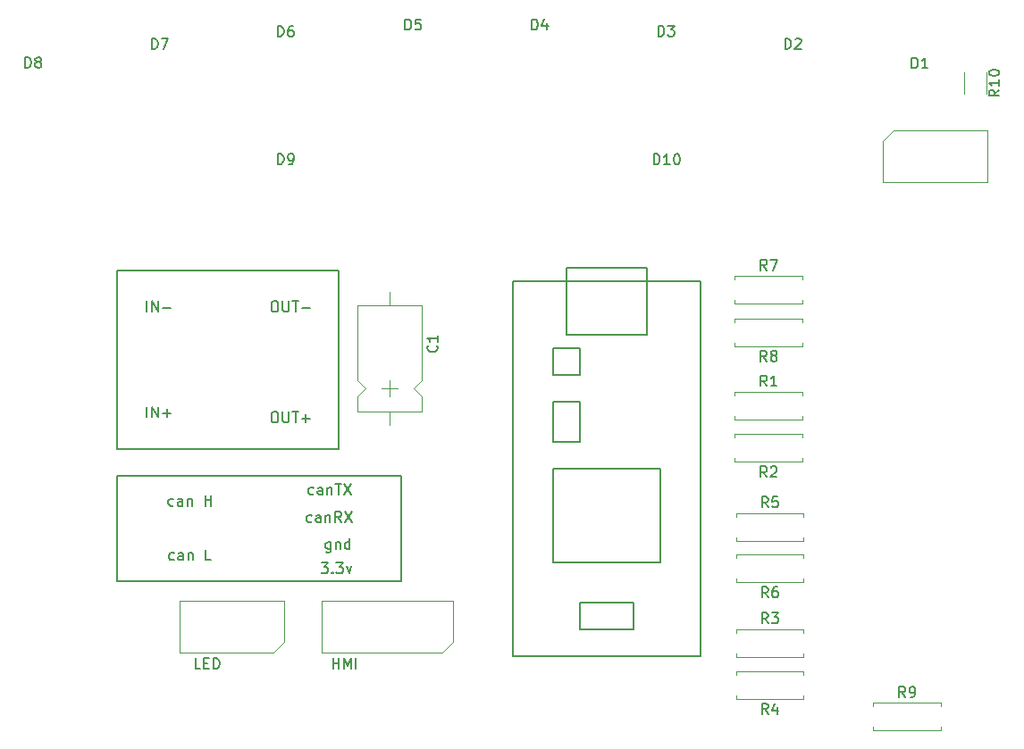
<source format=gto>
G04 #@! TF.FileFunction,Legend,Top*
%FSLAX46Y46*%
G04 Gerber Fmt 4.6, Leading zero omitted, Abs format (unit mm)*
G04 Created by KiCad (PCBNEW 4.0.7) date 06/03/18 23:49:29*
%MOMM*%
%LPD*%
G01*
G04 APERTURE LIST*
%ADD10C,0.100000*%
%ADD11C,0.150000*%
%ADD12C,0.120000*%
G04 APERTURE END LIST*
D10*
D11*
X23857143Y-64952381D02*
X23380952Y-64952381D01*
X23380952Y-63952381D01*
X24190476Y-64428571D02*
X24523810Y-64428571D01*
X24666667Y-64952381D02*
X24190476Y-64952381D01*
X24190476Y-63952381D01*
X24666667Y-63952381D01*
X25095238Y-64952381D02*
X25095238Y-63952381D01*
X25333333Y-63952381D01*
X25476191Y-64000000D01*
X25571429Y-64095238D01*
X25619048Y-64190476D01*
X25666667Y-64380952D01*
X25666667Y-64523810D01*
X25619048Y-64714286D01*
X25571429Y-64809524D01*
X25476191Y-64904762D01*
X25333333Y-64952381D01*
X25095238Y-64952381D01*
X36404762Y-64952381D02*
X36404762Y-63952381D01*
X36404762Y-64428571D02*
X36976191Y-64428571D01*
X36976191Y-64952381D02*
X36976191Y-63952381D01*
X37452381Y-64952381D02*
X37452381Y-63952381D01*
X37785715Y-64666667D01*
X38119048Y-63952381D01*
X38119048Y-64952381D01*
X38595238Y-64952381D02*
X38595238Y-63952381D01*
X42920000Y-56640000D02*
X42920000Y-46640000D01*
X15920000Y-46640000D02*
X42920000Y-46640000D01*
X15920000Y-46640000D02*
X15920000Y-56640000D01*
X42920000Y-56640000D02*
X15920000Y-56640000D01*
D12*
X41770000Y-39080000D02*
X41770000Y-37580000D01*
X41020000Y-38330000D02*
X42520000Y-38330000D01*
X38710000Y-40590000D02*
X44830000Y-40590000D01*
X38710000Y-30470000D02*
X44830000Y-30470000D01*
X38710000Y-40590000D02*
X38710000Y-39090000D01*
X38710000Y-39090000D02*
X39460000Y-38340000D01*
X39460000Y-38340000D02*
X38710000Y-37590000D01*
X38710000Y-37590000D02*
X38710000Y-30470000D01*
X44830000Y-40590000D02*
X44830000Y-39090000D01*
X44830000Y-39090000D02*
X44080000Y-38340000D01*
X44080000Y-38340000D02*
X44830000Y-37590000D01*
X44830000Y-37590000D02*
X44830000Y-30470000D01*
X41770000Y-41850000D02*
X41770000Y-40590000D01*
X41770000Y-29210000D02*
X41770000Y-30470000D01*
D11*
X15920000Y-44140000D02*
X15920000Y-27140000D01*
X36920000Y-44140000D02*
X15920000Y-44140000D01*
X36920000Y-27140000D02*
X36920000Y-44140000D01*
X15920000Y-27140000D02*
X36920000Y-27140000D01*
X58530000Y-28210000D02*
X58530000Y-26940000D01*
X58530000Y-26940000D02*
X66150000Y-26940000D01*
X66150000Y-26940000D02*
X66150000Y-28210000D01*
X57260000Y-39640000D02*
X57260000Y-43450000D01*
X57260000Y-43450000D02*
X59800000Y-43450000D01*
X59800000Y-43450000D02*
X59800000Y-39640000D01*
X59800000Y-39640000D02*
X57260000Y-39640000D01*
X58530000Y-33290000D02*
X66150000Y-33290000D01*
X66150000Y-33290000D02*
X66150000Y-28210000D01*
X58530000Y-33290000D02*
X58530000Y-28210000D01*
X57260000Y-34560000D02*
X57260000Y-37100000D01*
X57260000Y-37100000D02*
X59800000Y-37100000D01*
X59800000Y-37100000D02*
X59800000Y-34560000D01*
X59800000Y-34560000D02*
X57260000Y-34560000D01*
X64880000Y-61230000D02*
X59800000Y-61230000D01*
X59800000Y-61230000D02*
X59800000Y-58690000D01*
X59800000Y-58690000D02*
X64880000Y-58690000D01*
X64880000Y-58690000D02*
X64880000Y-61230000D01*
X57260000Y-54880000D02*
X67420000Y-54880000D01*
X67420000Y-45990000D02*
X57260000Y-45990000D01*
X67420000Y-54880000D02*
X67420000Y-45990000D01*
X57260000Y-54880000D02*
X57260000Y-45990000D01*
X71230000Y-28210000D02*
X71230000Y-63770000D01*
X71230000Y-63770000D02*
X53450000Y-63770000D01*
X53450000Y-63770000D02*
X53450000Y-28210000D01*
X53450000Y-28210000D02*
X71230000Y-28210000D01*
D12*
X96180000Y-10410000D02*
X96180000Y-8410000D01*
X98320000Y-8410000D02*
X98320000Y-10410000D01*
X30790000Y-63440000D02*
X31790000Y-62440000D01*
X21890000Y-58540000D02*
X21890000Y-63440000D01*
X21890000Y-63440000D02*
X30790000Y-63440000D01*
X31790000Y-62440000D02*
X31790000Y-58540000D01*
X31790000Y-58540000D02*
X21890000Y-58540000D01*
X89539999Y-13910000D02*
X88539999Y-14910000D01*
X98439999Y-18810000D02*
X98439999Y-13910000D01*
X98439999Y-13910000D02*
X89539999Y-13910000D01*
X88539999Y-14910000D02*
X88539999Y-18810000D01*
X88539999Y-18810000D02*
X98439999Y-18810000D01*
X46790000Y-63440000D02*
X47790000Y-62440000D01*
X35350000Y-58540000D02*
X35350000Y-63440000D01*
X35350000Y-63440000D02*
X46790000Y-63440000D01*
X47790000Y-62440000D02*
X47790000Y-58540000D01*
X47790000Y-58540000D02*
X35350000Y-58540000D01*
X74480000Y-39020000D02*
X74480000Y-38690000D01*
X74480000Y-38690000D02*
X80900000Y-38690000D01*
X80900000Y-38690000D02*
X80900000Y-39020000D01*
X74480000Y-40980000D02*
X74480000Y-41310000D01*
X74480000Y-41310000D02*
X80900000Y-41310000D01*
X80900000Y-41310000D02*
X80900000Y-40980000D01*
X80900000Y-44980000D02*
X80900000Y-45310000D01*
X80900000Y-45310000D02*
X74480000Y-45310000D01*
X74480000Y-45310000D02*
X74480000Y-44980000D01*
X80900000Y-43020000D02*
X80900000Y-42690000D01*
X80900000Y-42690000D02*
X74480000Y-42690000D01*
X74480000Y-42690000D02*
X74480000Y-43020000D01*
X74600000Y-61520000D02*
X74600000Y-61190000D01*
X74600000Y-61190000D02*
X81020000Y-61190000D01*
X81020000Y-61190000D02*
X81020000Y-61520000D01*
X74600000Y-63480000D02*
X74600000Y-63810000D01*
X74600000Y-63810000D02*
X81020000Y-63810000D01*
X81020000Y-63810000D02*
X81020000Y-63480000D01*
X81020000Y-67480000D02*
X81020000Y-67810000D01*
X81020000Y-67810000D02*
X74600000Y-67810000D01*
X74600000Y-67810000D02*
X74600000Y-67480000D01*
X81020000Y-65520000D02*
X81020000Y-65190000D01*
X81020000Y-65190000D02*
X74600000Y-65190000D01*
X74600000Y-65190000D02*
X74600000Y-65520000D01*
X74600000Y-50520000D02*
X74600000Y-50190000D01*
X74600000Y-50190000D02*
X81020000Y-50190000D01*
X81020000Y-50190000D02*
X81020000Y-50520000D01*
X74600000Y-52480000D02*
X74600000Y-52810000D01*
X74600000Y-52810000D02*
X81020000Y-52810000D01*
X81020000Y-52810000D02*
X81020000Y-52480000D01*
X81020000Y-56410000D02*
X81020000Y-56740000D01*
X81020000Y-56740000D02*
X74600000Y-56740000D01*
X74600000Y-56740000D02*
X74600000Y-56410000D01*
X81020000Y-54450000D02*
X81020000Y-54120000D01*
X81020000Y-54120000D02*
X74600000Y-54120000D01*
X74600000Y-54120000D02*
X74600000Y-54450000D01*
X74480000Y-28020000D02*
X74480000Y-27690000D01*
X74480000Y-27690000D02*
X80900000Y-27690000D01*
X80900000Y-27690000D02*
X80900000Y-28020000D01*
X74480000Y-29980000D02*
X74480000Y-30310000D01*
X74480000Y-30310000D02*
X80900000Y-30310000D01*
X80900000Y-30310000D02*
X80900000Y-29980000D01*
X80890000Y-34010000D02*
X80890000Y-34340000D01*
X80890000Y-34340000D02*
X74470000Y-34340000D01*
X74470000Y-34340000D02*
X74470000Y-34010000D01*
X80890000Y-32050000D02*
X80890000Y-31720000D01*
X80890000Y-31720000D02*
X74470000Y-31720000D01*
X74470000Y-31720000D02*
X74470000Y-32050000D01*
X87600000Y-68520000D02*
X87600000Y-68190000D01*
X87600000Y-68190000D02*
X94020000Y-68190000D01*
X94020000Y-68190000D02*
X94020000Y-68520000D01*
X87600000Y-70480000D02*
X87600000Y-70810000D01*
X87600000Y-70810000D02*
X94020000Y-70810000D01*
X94020000Y-70810000D02*
X94020000Y-70480000D01*
D11*
X21298572Y-49444762D02*
X21203334Y-49492381D01*
X21012857Y-49492381D01*
X20917619Y-49444762D01*
X20870000Y-49397143D01*
X20822381Y-49301905D01*
X20822381Y-49016190D01*
X20870000Y-48920952D01*
X20917619Y-48873333D01*
X21012857Y-48825714D01*
X21203334Y-48825714D01*
X21298572Y-48873333D01*
X22155715Y-49492381D02*
X22155715Y-48968571D01*
X22108096Y-48873333D01*
X22012858Y-48825714D01*
X21822381Y-48825714D01*
X21727143Y-48873333D01*
X22155715Y-49444762D02*
X22060477Y-49492381D01*
X21822381Y-49492381D01*
X21727143Y-49444762D01*
X21679524Y-49349524D01*
X21679524Y-49254286D01*
X21727143Y-49159048D01*
X21822381Y-49111429D01*
X22060477Y-49111429D01*
X22155715Y-49063810D01*
X22631905Y-48825714D02*
X22631905Y-49492381D01*
X22631905Y-48920952D02*
X22679524Y-48873333D01*
X22774762Y-48825714D01*
X22917620Y-48825714D01*
X23012858Y-48873333D01*
X23060477Y-48968571D01*
X23060477Y-49492381D01*
X24298572Y-49492381D02*
X24298572Y-48492381D01*
X24298572Y-48968571D02*
X24870001Y-48968571D01*
X24870001Y-49492381D02*
X24870001Y-48492381D01*
X21357619Y-54594762D02*
X21262381Y-54642381D01*
X21071904Y-54642381D01*
X20976666Y-54594762D01*
X20929047Y-54547143D01*
X20881428Y-54451905D01*
X20881428Y-54166190D01*
X20929047Y-54070952D01*
X20976666Y-54023333D01*
X21071904Y-53975714D01*
X21262381Y-53975714D01*
X21357619Y-54023333D01*
X22214762Y-54642381D02*
X22214762Y-54118571D01*
X22167143Y-54023333D01*
X22071905Y-53975714D01*
X21881428Y-53975714D01*
X21786190Y-54023333D01*
X22214762Y-54594762D02*
X22119524Y-54642381D01*
X21881428Y-54642381D01*
X21786190Y-54594762D01*
X21738571Y-54499524D01*
X21738571Y-54404286D01*
X21786190Y-54309048D01*
X21881428Y-54261429D01*
X22119524Y-54261429D01*
X22214762Y-54213810D01*
X22690952Y-53975714D02*
X22690952Y-54642381D01*
X22690952Y-54070952D02*
X22738571Y-54023333D01*
X22833809Y-53975714D01*
X22976667Y-53975714D01*
X23071905Y-54023333D01*
X23119524Y-54118571D01*
X23119524Y-54642381D01*
X24833810Y-54642381D02*
X24357619Y-54642381D01*
X24357619Y-53642381D01*
X34556191Y-48384762D02*
X34460953Y-48432381D01*
X34270476Y-48432381D01*
X34175238Y-48384762D01*
X34127619Y-48337143D01*
X34080000Y-48241905D01*
X34080000Y-47956190D01*
X34127619Y-47860952D01*
X34175238Y-47813333D01*
X34270476Y-47765714D01*
X34460953Y-47765714D01*
X34556191Y-47813333D01*
X35413334Y-48432381D02*
X35413334Y-47908571D01*
X35365715Y-47813333D01*
X35270477Y-47765714D01*
X35080000Y-47765714D01*
X34984762Y-47813333D01*
X35413334Y-48384762D02*
X35318096Y-48432381D01*
X35080000Y-48432381D01*
X34984762Y-48384762D01*
X34937143Y-48289524D01*
X34937143Y-48194286D01*
X34984762Y-48099048D01*
X35080000Y-48051429D01*
X35318096Y-48051429D01*
X35413334Y-48003810D01*
X35889524Y-47765714D02*
X35889524Y-48432381D01*
X35889524Y-47860952D02*
X35937143Y-47813333D01*
X36032381Y-47765714D01*
X36175239Y-47765714D01*
X36270477Y-47813333D01*
X36318096Y-47908571D01*
X36318096Y-48432381D01*
X36651429Y-47432381D02*
X37222858Y-47432381D01*
X36937143Y-48432381D02*
X36937143Y-47432381D01*
X37460953Y-47432381D02*
X38127620Y-48432381D01*
X38127620Y-47432381D02*
X37460953Y-48432381D01*
X34387143Y-51004762D02*
X34291905Y-51052381D01*
X34101428Y-51052381D01*
X34006190Y-51004762D01*
X33958571Y-50957143D01*
X33910952Y-50861905D01*
X33910952Y-50576190D01*
X33958571Y-50480952D01*
X34006190Y-50433333D01*
X34101428Y-50385714D01*
X34291905Y-50385714D01*
X34387143Y-50433333D01*
X35244286Y-51052381D02*
X35244286Y-50528571D01*
X35196667Y-50433333D01*
X35101429Y-50385714D01*
X34910952Y-50385714D01*
X34815714Y-50433333D01*
X35244286Y-51004762D02*
X35149048Y-51052381D01*
X34910952Y-51052381D01*
X34815714Y-51004762D01*
X34768095Y-50909524D01*
X34768095Y-50814286D01*
X34815714Y-50719048D01*
X34910952Y-50671429D01*
X35149048Y-50671429D01*
X35244286Y-50623810D01*
X35720476Y-50385714D02*
X35720476Y-51052381D01*
X35720476Y-50480952D02*
X35768095Y-50433333D01*
X35863333Y-50385714D01*
X36006191Y-50385714D01*
X36101429Y-50433333D01*
X36149048Y-50528571D01*
X36149048Y-51052381D01*
X37196667Y-51052381D02*
X36863333Y-50576190D01*
X36625238Y-51052381D02*
X36625238Y-50052381D01*
X37006191Y-50052381D01*
X37101429Y-50100000D01*
X37149048Y-50147619D01*
X37196667Y-50242857D01*
X37196667Y-50385714D01*
X37149048Y-50480952D01*
X37101429Y-50528571D01*
X37006191Y-50576190D01*
X36625238Y-50576190D01*
X37530000Y-50052381D02*
X38196667Y-51052381D01*
X38196667Y-50052381D02*
X37530000Y-51052381D01*
X36199524Y-52915714D02*
X36199524Y-53725238D01*
X36151905Y-53820476D01*
X36104286Y-53868095D01*
X36009047Y-53915714D01*
X35866190Y-53915714D01*
X35770952Y-53868095D01*
X36199524Y-53534762D02*
X36104286Y-53582381D01*
X35913809Y-53582381D01*
X35818571Y-53534762D01*
X35770952Y-53487143D01*
X35723333Y-53391905D01*
X35723333Y-53106190D01*
X35770952Y-53010952D01*
X35818571Y-52963333D01*
X35913809Y-52915714D01*
X36104286Y-52915714D01*
X36199524Y-52963333D01*
X36675714Y-52915714D02*
X36675714Y-53582381D01*
X36675714Y-53010952D02*
X36723333Y-52963333D01*
X36818571Y-52915714D01*
X36961429Y-52915714D01*
X37056667Y-52963333D01*
X37104286Y-53058571D01*
X37104286Y-53582381D01*
X38009048Y-53582381D02*
X38009048Y-52582381D01*
X38009048Y-53534762D02*
X37913810Y-53582381D01*
X37723333Y-53582381D01*
X37628095Y-53534762D01*
X37580476Y-53487143D01*
X37532857Y-53391905D01*
X37532857Y-53106190D01*
X37580476Y-53010952D01*
X37628095Y-52963333D01*
X37723333Y-52915714D01*
X37913810Y-52915714D01*
X38009048Y-52963333D01*
X35311429Y-54902381D02*
X35930477Y-54902381D01*
X35597143Y-55283333D01*
X35740001Y-55283333D01*
X35835239Y-55330952D01*
X35882858Y-55378571D01*
X35930477Y-55473810D01*
X35930477Y-55711905D01*
X35882858Y-55807143D01*
X35835239Y-55854762D01*
X35740001Y-55902381D01*
X35454286Y-55902381D01*
X35359048Y-55854762D01*
X35311429Y-55807143D01*
X36359048Y-55807143D02*
X36406667Y-55854762D01*
X36359048Y-55902381D01*
X36311429Y-55854762D01*
X36359048Y-55807143D01*
X36359048Y-55902381D01*
X36740000Y-54902381D02*
X37359048Y-54902381D01*
X37025714Y-55283333D01*
X37168572Y-55283333D01*
X37263810Y-55330952D01*
X37311429Y-55378571D01*
X37359048Y-55473810D01*
X37359048Y-55711905D01*
X37311429Y-55807143D01*
X37263810Y-55854762D01*
X37168572Y-55902381D01*
X36882857Y-55902381D01*
X36787619Y-55854762D01*
X36740000Y-55807143D01*
X37692381Y-55235714D02*
X37930476Y-55902381D01*
X38168572Y-55235714D01*
X46237143Y-34296666D02*
X46284762Y-34344285D01*
X46332381Y-34487142D01*
X46332381Y-34582380D01*
X46284762Y-34725238D01*
X46189524Y-34820476D01*
X46094286Y-34868095D01*
X45903810Y-34915714D01*
X45760952Y-34915714D01*
X45570476Y-34868095D01*
X45475238Y-34820476D01*
X45380000Y-34725238D01*
X45332381Y-34582380D01*
X45332381Y-34487142D01*
X45380000Y-34344285D01*
X45427619Y-34296666D01*
X46332381Y-33344285D02*
X46332381Y-33915714D01*
X46332381Y-33630000D02*
X45332381Y-33630000D01*
X45475238Y-33725238D01*
X45570476Y-33820476D01*
X45618095Y-33915714D01*
X30800952Y-30092381D02*
X30991429Y-30092381D01*
X31086667Y-30140000D01*
X31181905Y-30235238D01*
X31229524Y-30425714D01*
X31229524Y-30759048D01*
X31181905Y-30949524D01*
X31086667Y-31044762D01*
X30991429Y-31092381D01*
X30800952Y-31092381D01*
X30705714Y-31044762D01*
X30610476Y-30949524D01*
X30562857Y-30759048D01*
X30562857Y-30425714D01*
X30610476Y-30235238D01*
X30705714Y-30140000D01*
X30800952Y-30092381D01*
X31658095Y-30092381D02*
X31658095Y-30901905D01*
X31705714Y-30997143D01*
X31753333Y-31044762D01*
X31848571Y-31092381D01*
X32039048Y-31092381D01*
X32134286Y-31044762D01*
X32181905Y-30997143D01*
X32229524Y-30901905D01*
X32229524Y-30092381D01*
X32562857Y-30092381D02*
X33134286Y-30092381D01*
X32848571Y-31092381D02*
X32848571Y-30092381D01*
X33467619Y-30711429D02*
X34229524Y-30711429D01*
X30800952Y-40592381D02*
X30991429Y-40592381D01*
X31086667Y-40640000D01*
X31181905Y-40735238D01*
X31229524Y-40925714D01*
X31229524Y-41259048D01*
X31181905Y-41449524D01*
X31086667Y-41544762D01*
X30991429Y-41592381D01*
X30800952Y-41592381D01*
X30705714Y-41544762D01*
X30610476Y-41449524D01*
X30562857Y-41259048D01*
X30562857Y-40925714D01*
X30610476Y-40735238D01*
X30705714Y-40640000D01*
X30800952Y-40592381D01*
X31658095Y-40592381D02*
X31658095Y-41401905D01*
X31705714Y-41497143D01*
X31753333Y-41544762D01*
X31848571Y-41592381D01*
X32039048Y-41592381D01*
X32134286Y-41544762D01*
X32181905Y-41497143D01*
X32229524Y-41401905D01*
X32229524Y-40592381D01*
X32562857Y-40592381D02*
X33134286Y-40592381D01*
X32848571Y-41592381D02*
X32848571Y-40592381D01*
X33467619Y-41211429D02*
X34229524Y-41211429D01*
X33848572Y-41592381D02*
X33848572Y-40830476D01*
X18777143Y-41092381D02*
X18777143Y-40092381D01*
X19253333Y-41092381D02*
X19253333Y-40092381D01*
X19824762Y-41092381D01*
X19824762Y-40092381D01*
X20300952Y-40711429D02*
X21062857Y-40711429D01*
X20681905Y-41092381D02*
X20681905Y-40330476D01*
X18777143Y-31092381D02*
X18777143Y-30092381D01*
X19253333Y-31092381D02*
X19253333Y-30092381D01*
X19824762Y-31092381D01*
X19824762Y-30092381D01*
X20300952Y-30711429D02*
X21062857Y-30711429D01*
X91251905Y-8002381D02*
X91251905Y-7002381D01*
X91490000Y-7002381D01*
X91632858Y-7050000D01*
X91728096Y-7145238D01*
X91775715Y-7240476D01*
X91823334Y-7430952D01*
X91823334Y-7573810D01*
X91775715Y-7764286D01*
X91728096Y-7859524D01*
X91632858Y-7954762D01*
X91490000Y-8002381D01*
X91251905Y-8002381D01*
X92775715Y-8002381D02*
X92204286Y-8002381D01*
X92490000Y-8002381D02*
X92490000Y-7002381D01*
X92394762Y-7145238D01*
X92299524Y-7240476D01*
X92204286Y-7288095D01*
X79251905Y-6162381D02*
X79251905Y-5162381D01*
X79490000Y-5162381D01*
X79632858Y-5210000D01*
X79728096Y-5305238D01*
X79775715Y-5400476D01*
X79823334Y-5590952D01*
X79823334Y-5733810D01*
X79775715Y-5924286D01*
X79728096Y-6019524D01*
X79632858Y-6114762D01*
X79490000Y-6162381D01*
X79251905Y-6162381D01*
X80204286Y-5257619D02*
X80251905Y-5210000D01*
X80347143Y-5162381D01*
X80585239Y-5162381D01*
X80680477Y-5210000D01*
X80728096Y-5257619D01*
X80775715Y-5352857D01*
X80775715Y-5448095D01*
X80728096Y-5590952D01*
X80156667Y-6162381D01*
X80775715Y-6162381D01*
X67241905Y-4962381D02*
X67241905Y-3962381D01*
X67480000Y-3962381D01*
X67622858Y-4010000D01*
X67718096Y-4105238D01*
X67765715Y-4200476D01*
X67813334Y-4390952D01*
X67813334Y-4533810D01*
X67765715Y-4724286D01*
X67718096Y-4819524D01*
X67622858Y-4914762D01*
X67480000Y-4962381D01*
X67241905Y-4962381D01*
X68146667Y-3962381D02*
X68765715Y-3962381D01*
X68432381Y-4343333D01*
X68575239Y-4343333D01*
X68670477Y-4390952D01*
X68718096Y-4438571D01*
X68765715Y-4533810D01*
X68765715Y-4771905D01*
X68718096Y-4867143D01*
X68670477Y-4914762D01*
X68575239Y-4962381D01*
X68289524Y-4962381D01*
X68194286Y-4914762D01*
X68146667Y-4867143D01*
X55251905Y-4352381D02*
X55251905Y-3352381D01*
X55490000Y-3352381D01*
X55632858Y-3400000D01*
X55728096Y-3495238D01*
X55775715Y-3590476D01*
X55823334Y-3780952D01*
X55823334Y-3923810D01*
X55775715Y-4114286D01*
X55728096Y-4209524D01*
X55632858Y-4304762D01*
X55490000Y-4352381D01*
X55251905Y-4352381D01*
X56680477Y-3685714D02*
X56680477Y-4352381D01*
X56442381Y-3304762D02*
X56204286Y-4019048D01*
X56823334Y-4019048D01*
X43251905Y-4362381D02*
X43251905Y-3362381D01*
X43490000Y-3362381D01*
X43632858Y-3410000D01*
X43728096Y-3505238D01*
X43775715Y-3600476D01*
X43823334Y-3790952D01*
X43823334Y-3933810D01*
X43775715Y-4124286D01*
X43728096Y-4219524D01*
X43632858Y-4314762D01*
X43490000Y-4362381D01*
X43251905Y-4362381D01*
X44728096Y-3362381D02*
X44251905Y-3362381D01*
X44204286Y-3838571D01*
X44251905Y-3790952D01*
X44347143Y-3743333D01*
X44585239Y-3743333D01*
X44680477Y-3790952D01*
X44728096Y-3838571D01*
X44775715Y-3933810D01*
X44775715Y-4171905D01*
X44728096Y-4267143D01*
X44680477Y-4314762D01*
X44585239Y-4362381D01*
X44347143Y-4362381D01*
X44251905Y-4314762D01*
X44204286Y-4267143D01*
X31181905Y-4982381D02*
X31181905Y-3982381D01*
X31420000Y-3982381D01*
X31562858Y-4030000D01*
X31658096Y-4125238D01*
X31705715Y-4220476D01*
X31753334Y-4410952D01*
X31753334Y-4553810D01*
X31705715Y-4744286D01*
X31658096Y-4839524D01*
X31562858Y-4934762D01*
X31420000Y-4982381D01*
X31181905Y-4982381D01*
X32610477Y-3982381D02*
X32420000Y-3982381D01*
X32324762Y-4030000D01*
X32277143Y-4077619D01*
X32181905Y-4220476D01*
X32134286Y-4410952D01*
X32134286Y-4791905D01*
X32181905Y-4887143D01*
X32229524Y-4934762D01*
X32324762Y-4982381D01*
X32515239Y-4982381D01*
X32610477Y-4934762D01*
X32658096Y-4887143D01*
X32705715Y-4791905D01*
X32705715Y-4553810D01*
X32658096Y-4458571D01*
X32610477Y-4410952D01*
X32515239Y-4363333D01*
X32324762Y-4363333D01*
X32229524Y-4410952D01*
X32181905Y-4458571D01*
X32134286Y-4553810D01*
X19251905Y-6162381D02*
X19251905Y-5162381D01*
X19490000Y-5162381D01*
X19632858Y-5210000D01*
X19728096Y-5305238D01*
X19775715Y-5400476D01*
X19823334Y-5590952D01*
X19823334Y-5733810D01*
X19775715Y-5924286D01*
X19728096Y-6019524D01*
X19632858Y-6114762D01*
X19490000Y-6162381D01*
X19251905Y-6162381D01*
X20156667Y-5162381D02*
X20823334Y-5162381D01*
X20394762Y-6162381D01*
X7251905Y-7952381D02*
X7251905Y-6952381D01*
X7490000Y-6952381D01*
X7632858Y-7000000D01*
X7728096Y-7095238D01*
X7775715Y-7190476D01*
X7823334Y-7380952D01*
X7823334Y-7523810D01*
X7775715Y-7714286D01*
X7728096Y-7809524D01*
X7632858Y-7904762D01*
X7490000Y-7952381D01*
X7251905Y-7952381D01*
X8394762Y-7380952D02*
X8299524Y-7333333D01*
X8251905Y-7285714D01*
X8204286Y-7190476D01*
X8204286Y-7142857D01*
X8251905Y-7047619D01*
X8299524Y-7000000D01*
X8394762Y-6952381D01*
X8585239Y-6952381D01*
X8680477Y-7000000D01*
X8728096Y-7047619D01*
X8775715Y-7142857D01*
X8775715Y-7190476D01*
X8728096Y-7285714D01*
X8680477Y-7333333D01*
X8585239Y-7380952D01*
X8394762Y-7380952D01*
X8299524Y-7428571D01*
X8251905Y-7476190D01*
X8204286Y-7571429D01*
X8204286Y-7761905D01*
X8251905Y-7857143D01*
X8299524Y-7904762D01*
X8394762Y-7952381D01*
X8585239Y-7952381D01*
X8680477Y-7904762D01*
X8728096Y-7857143D01*
X8775715Y-7761905D01*
X8775715Y-7571429D01*
X8728096Y-7476190D01*
X8680477Y-7428571D01*
X8585239Y-7380952D01*
X31181905Y-17112381D02*
X31181905Y-16112381D01*
X31420000Y-16112381D01*
X31562858Y-16160000D01*
X31658096Y-16255238D01*
X31705715Y-16350476D01*
X31753334Y-16540952D01*
X31753334Y-16683810D01*
X31705715Y-16874286D01*
X31658096Y-16969524D01*
X31562858Y-17064762D01*
X31420000Y-17112381D01*
X31181905Y-17112381D01*
X32229524Y-17112381D02*
X32420000Y-17112381D01*
X32515239Y-17064762D01*
X32562858Y-17017143D01*
X32658096Y-16874286D01*
X32705715Y-16683810D01*
X32705715Y-16302857D01*
X32658096Y-16207619D01*
X32610477Y-16160000D01*
X32515239Y-16112381D01*
X32324762Y-16112381D01*
X32229524Y-16160000D01*
X32181905Y-16207619D01*
X32134286Y-16302857D01*
X32134286Y-16540952D01*
X32181905Y-16636190D01*
X32229524Y-16683810D01*
X32324762Y-16731429D01*
X32515239Y-16731429D01*
X32610477Y-16683810D01*
X32658096Y-16636190D01*
X32705715Y-16540952D01*
X66815714Y-17122381D02*
X66815714Y-16122381D01*
X67053809Y-16122381D01*
X67196667Y-16170000D01*
X67291905Y-16265238D01*
X67339524Y-16360476D01*
X67387143Y-16550952D01*
X67387143Y-16693810D01*
X67339524Y-16884286D01*
X67291905Y-16979524D01*
X67196667Y-17074762D01*
X67053809Y-17122381D01*
X66815714Y-17122381D01*
X68339524Y-17122381D02*
X67768095Y-17122381D01*
X68053809Y-17122381D02*
X68053809Y-16122381D01*
X67958571Y-16265238D01*
X67863333Y-16360476D01*
X67768095Y-16408095D01*
X68958571Y-16122381D02*
X69053810Y-16122381D01*
X69149048Y-16170000D01*
X69196667Y-16217619D01*
X69244286Y-16312857D01*
X69291905Y-16503333D01*
X69291905Y-16741429D01*
X69244286Y-16931905D01*
X69196667Y-17027143D01*
X69149048Y-17074762D01*
X69053810Y-17122381D01*
X68958571Y-17122381D01*
X68863333Y-17074762D01*
X68815714Y-17027143D01*
X68768095Y-16931905D01*
X68720476Y-16741429D01*
X68720476Y-16503333D01*
X68768095Y-16312857D01*
X68815714Y-16217619D01*
X68863333Y-16170000D01*
X68958571Y-16122381D01*
X99552381Y-10052857D02*
X99076190Y-10386191D01*
X99552381Y-10624286D02*
X98552381Y-10624286D01*
X98552381Y-10243333D01*
X98600000Y-10148095D01*
X98647619Y-10100476D01*
X98742857Y-10052857D01*
X98885714Y-10052857D01*
X98980952Y-10100476D01*
X99028571Y-10148095D01*
X99076190Y-10243333D01*
X99076190Y-10624286D01*
X99552381Y-9100476D02*
X99552381Y-9671905D01*
X99552381Y-9386191D02*
X98552381Y-9386191D01*
X98695238Y-9481429D01*
X98790476Y-9576667D01*
X98838095Y-9671905D01*
X98552381Y-8481429D02*
X98552381Y-8386190D01*
X98600000Y-8290952D01*
X98647619Y-8243333D01*
X98742857Y-8195714D01*
X98933333Y-8148095D01*
X99171429Y-8148095D01*
X99361905Y-8195714D01*
X99457143Y-8243333D01*
X99504762Y-8290952D01*
X99552381Y-8386190D01*
X99552381Y-8481429D01*
X99504762Y-8576667D01*
X99457143Y-8624286D01*
X99361905Y-8671905D01*
X99171429Y-8719524D01*
X98933333Y-8719524D01*
X98742857Y-8671905D01*
X98647619Y-8624286D01*
X98600000Y-8576667D01*
X98552381Y-8481429D01*
X77523334Y-38142381D02*
X77190000Y-37666190D01*
X76951905Y-38142381D02*
X76951905Y-37142381D01*
X77332858Y-37142381D01*
X77428096Y-37190000D01*
X77475715Y-37237619D01*
X77523334Y-37332857D01*
X77523334Y-37475714D01*
X77475715Y-37570952D01*
X77428096Y-37618571D01*
X77332858Y-37666190D01*
X76951905Y-37666190D01*
X78475715Y-38142381D02*
X77904286Y-38142381D01*
X78190000Y-38142381D02*
X78190000Y-37142381D01*
X78094762Y-37285238D01*
X77999524Y-37380476D01*
X77904286Y-37428095D01*
X77523334Y-46762381D02*
X77190000Y-46286190D01*
X76951905Y-46762381D02*
X76951905Y-45762381D01*
X77332858Y-45762381D01*
X77428096Y-45810000D01*
X77475715Y-45857619D01*
X77523334Y-45952857D01*
X77523334Y-46095714D01*
X77475715Y-46190952D01*
X77428096Y-46238571D01*
X77332858Y-46286190D01*
X76951905Y-46286190D01*
X77904286Y-45857619D02*
X77951905Y-45810000D01*
X78047143Y-45762381D01*
X78285239Y-45762381D01*
X78380477Y-45810000D01*
X78428096Y-45857619D01*
X78475715Y-45952857D01*
X78475715Y-46048095D01*
X78428096Y-46190952D01*
X77856667Y-46762381D01*
X78475715Y-46762381D01*
X77643334Y-60642381D02*
X77310000Y-60166190D01*
X77071905Y-60642381D02*
X77071905Y-59642381D01*
X77452858Y-59642381D01*
X77548096Y-59690000D01*
X77595715Y-59737619D01*
X77643334Y-59832857D01*
X77643334Y-59975714D01*
X77595715Y-60070952D01*
X77548096Y-60118571D01*
X77452858Y-60166190D01*
X77071905Y-60166190D01*
X77976667Y-59642381D02*
X78595715Y-59642381D01*
X78262381Y-60023333D01*
X78405239Y-60023333D01*
X78500477Y-60070952D01*
X78548096Y-60118571D01*
X78595715Y-60213810D01*
X78595715Y-60451905D01*
X78548096Y-60547143D01*
X78500477Y-60594762D01*
X78405239Y-60642381D01*
X78119524Y-60642381D01*
X78024286Y-60594762D01*
X77976667Y-60547143D01*
X77643334Y-69262381D02*
X77310000Y-68786190D01*
X77071905Y-69262381D02*
X77071905Y-68262381D01*
X77452858Y-68262381D01*
X77548096Y-68310000D01*
X77595715Y-68357619D01*
X77643334Y-68452857D01*
X77643334Y-68595714D01*
X77595715Y-68690952D01*
X77548096Y-68738571D01*
X77452858Y-68786190D01*
X77071905Y-68786190D01*
X78500477Y-68595714D02*
X78500477Y-69262381D01*
X78262381Y-68214762D02*
X78024286Y-68929048D01*
X78643334Y-68929048D01*
X77643334Y-49642381D02*
X77310000Y-49166190D01*
X77071905Y-49642381D02*
X77071905Y-48642381D01*
X77452858Y-48642381D01*
X77548096Y-48690000D01*
X77595715Y-48737619D01*
X77643334Y-48832857D01*
X77643334Y-48975714D01*
X77595715Y-49070952D01*
X77548096Y-49118571D01*
X77452858Y-49166190D01*
X77071905Y-49166190D01*
X78548096Y-48642381D02*
X78071905Y-48642381D01*
X78024286Y-49118571D01*
X78071905Y-49070952D01*
X78167143Y-49023333D01*
X78405239Y-49023333D01*
X78500477Y-49070952D01*
X78548096Y-49118571D01*
X78595715Y-49213810D01*
X78595715Y-49451905D01*
X78548096Y-49547143D01*
X78500477Y-49594762D01*
X78405239Y-49642381D01*
X78167143Y-49642381D01*
X78071905Y-49594762D01*
X78024286Y-49547143D01*
X77643334Y-58192381D02*
X77310000Y-57716190D01*
X77071905Y-58192381D02*
X77071905Y-57192381D01*
X77452858Y-57192381D01*
X77548096Y-57240000D01*
X77595715Y-57287619D01*
X77643334Y-57382857D01*
X77643334Y-57525714D01*
X77595715Y-57620952D01*
X77548096Y-57668571D01*
X77452858Y-57716190D01*
X77071905Y-57716190D01*
X78500477Y-57192381D02*
X78310000Y-57192381D01*
X78214762Y-57240000D01*
X78167143Y-57287619D01*
X78071905Y-57430476D01*
X78024286Y-57620952D01*
X78024286Y-58001905D01*
X78071905Y-58097143D01*
X78119524Y-58144762D01*
X78214762Y-58192381D01*
X78405239Y-58192381D01*
X78500477Y-58144762D01*
X78548096Y-58097143D01*
X78595715Y-58001905D01*
X78595715Y-57763810D01*
X78548096Y-57668571D01*
X78500477Y-57620952D01*
X78405239Y-57573333D01*
X78214762Y-57573333D01*
X78119524Y-57620952D01*
X78071905Y-57668571D01*
X78024286Y-57763810D01*
X77523334Y-27142381D02*
X77190000Y-26666190D01*
X76951905Y-27142381D02*
X76951905Y-26142381D01*
X77332858Y-26142381D01*
X77428096Y-26190000D01*
X77475715Y-26237619D01*
X77523334Y-26332857D01*
X77523334Y-26475714D01*
X77475715Y-26570952D01*
X77428096Y-26618571D01*
X77332858Y-26666190D01*
X76951905Y-26666190D01*
X77856667Y-26142381D02*
X78523334Y-26142381D01*
X78094762Y-27142381D01*
X77513334Y-35792381D02*
X77180000Y-35316190D01*
X76941905Y-35792381D02*
X76941905Y-34792381D01*
X77322858Y-34792381D01*
X77418096Y-34840000D01*
X77465715Y-34887619D01*
X77513334Y-34982857D01*
X77513334Y-35125714D01*
X77465715Y-35220952D01*
X77418096Y-35268571D01*
X77322858Y-35316190D01*
X76941905Y-35316190D01*
X78084762Y-35220952D02*
X77989524Y-35173333D01*
X77941905Y-35125714D01*
X77894286Y-35030476D01*
X77894286Y-34982857D01*
X77941905Y-34887619D01*
X77989524Y-34840000D01*
X78084762Y-34792381D01*
X78275239Y-34792381D01*
X78370477Y-34840000D01*
X78418096Y-34887619D01*
X78465715Y-34982857D01*
X78465715Y-35030476D01*
X78418096Y-35125714D01*
X78370477Y-35173333D01*
X78275239Y-35220952D01*
X78084762Y-35220952D01*
X77989524Y-35268571D01*
X77941905Y-35316190D01*
X77894286Y-35411429D01*
X77894286Y-35601905D01*
X77941905Y-35697143D01*
X77989524Y-35744762D01*
X78084762Y-35792381D01*
X78275239Y-35792381D01*
X78370477Y-35744762D01*
X78418096Y-35697143D01*
X78465715Y-35601905D01*
X78465715Y-35411429D01*
X78418096Y-35316190D01*
X78370477Y-35268571D01*
X78275239Y-35220952D01*
X90643334Y-67642381D02*
X90310000Y-67166190D01*
X90071905Y-67642381D02*
X90071905Y-66642381D01*
X90452858Y-66642381D01*
X90548096Y-66690000D01*
X90595715Y-66737619D01*
X90643334Y-66832857D01*
X90643334Y-66975714D01*
X90595715Y-67070952D01*
X90548096Y-67118571D01*
X90452858Y-67166190D01*
X90071905Y-67166190D01*
X91119524Y-67642381D02*
X91310000Y-67642381D01*
X91405239Y-67594762D01*
X91452858Y-67547143D01*
X91548096Y-67404286D01*
X91595715Y-67213810D01*
X91595715Y-66832857D01*
X91548096Y-66737619D01*
X91500477Y-66690000D01*
X91405239Y-66642381D01*
X91214762Y-66642381D01*
X91119524Y-66690000D01*
X91071905Y-66737619D01*
X91024286Y-66832857D01*
X91024286Y-67070952D01*
X91071905Y-67166190D01*
X91119524Y-67213810D01*
X91214762Y-67261429D01*
X91405239Y-67261429D01*
X91500477Y-67213810D01*
X91548096Y-67166190D01*
X91595715Y-67070952D01*
M02*

</source>
